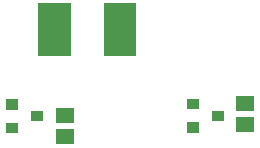
<source format=gbr>
G04 start of page 8 for group -4015 idx -4015 *
G04 Title: (unknown), toppaste *
G04 Creator: pcb 20091103 *
G04 CreationDate: Mon 11 Apr 2011 12:44:06 AM GMT UTC *
G04 For: gjhurlbu *
G04 Format: Gerber/RS-274X *
G04 PCB-Dimensions: 600000 500000 *
G04 PCB-Coordinate-Origin: lower left *
%MOIN*%
%FSLAX25Y25*%
%LNFRONTPASTE*%
%ADD15R,0.0340X0.0340*%
%ADD16R,0.0512X0.0512*%
%ADD17R,0.1090X0.1090*%
G54D15*X142000Y446800D02*X142600D01*
X142000Y439000D02*X142600D01*
X150200Y442900D02*X150800D01*
G54D16*X159214Y439914D02*X160000D01*
X159214Y447000D02*X160000D01*
X99214Y443000D02*X100000D01*
X99214Y435914D02*X100000D01*
G54D17*X117800Y475000D02*Y468400D01*
X96000Y475000D02*Y468400D01*
G54D15*X81600Y446700D02*X82200D01*
X81600Y438900D02*X82200D01*
X89800Y442800D02*X90400D01*
M02*

</source>
